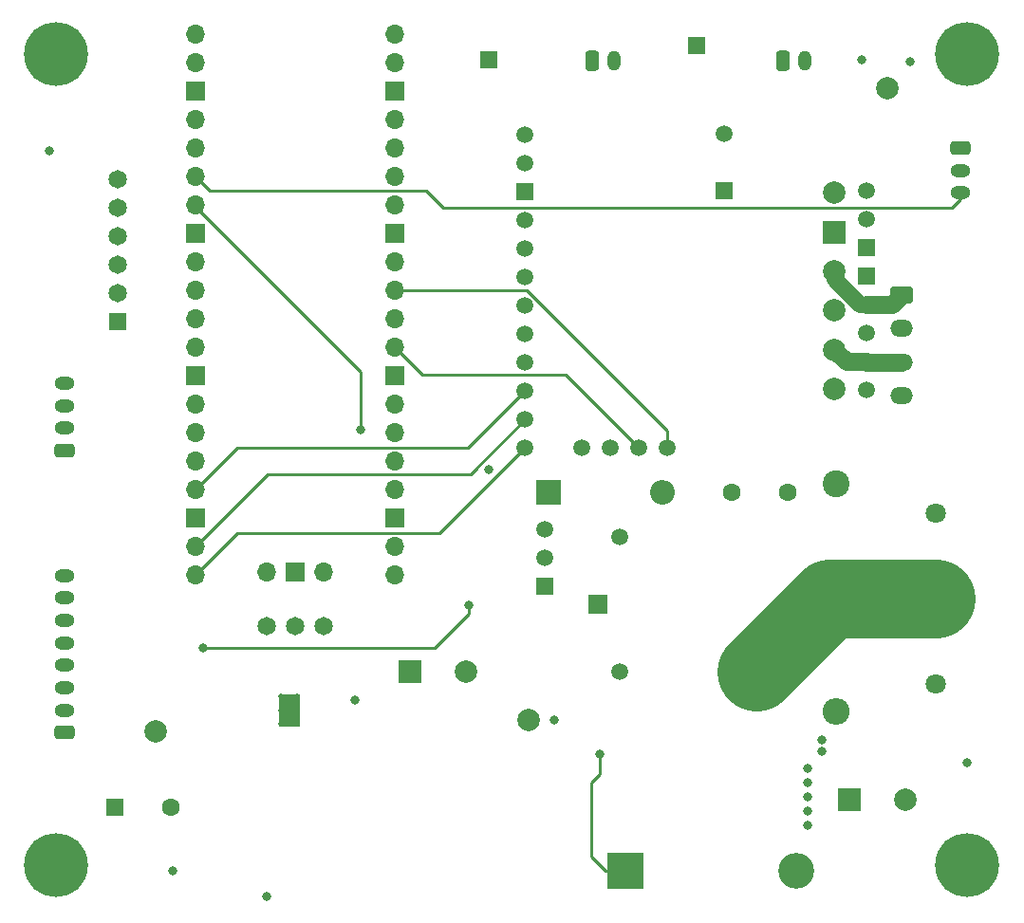
<source format=gbr>
%TF.GenerationSoftware,KiCad,Pcbnew,7.0.10*%
%TF.CreationDate,2024-03-28T21:50:04-04:00*%
%TF.ProjectId,WaveWise_PMIC,57617665-5769-4736-955f-504d49432e6b,rev?*%
%TF.SameCoordinates,Original*%
%TF.FileFunction,Copper,L4,Bot*%
%TF.FilePolarity,Positive*%
%FSLAX46Y46*%
G04 Gerber Fmt 4.6, Leading zero omitted, Abs format (unit mm)*
G04 Created by KiCad (PCBNEW 7.0.10) date 2024-03-28 21:50:04*
%MOMM*%
%LPD*%
G01*
G04 APERTURE LIST*
G04 Aperture macros list*
%AMRoundRect*
0 Rectangle with rounded corners*
0 $1 Rounding radius*
0 $2 $3 $4 $5 $6 $7 $8 $9 X,Y pos of 4 corners*
0 Add a 4 corners polygon primitive as box body*
4,1,4,$2,$3,$4,$5,$6,$7,$8,$9,$2,$3,0*
0 Add four circle primitives for the rounded corners*
1,1,$1+$1,$2,$3*
1,1,$1+$1,$4,$5*
1,1,$1+$1,$6,$7*
1,1,$1+$1,$8,$9*
0 Add four rect primitives between the rounded corners*
20,1,$1+$1,$2,$3,$4,$5,0*
20,1,$1+$1,$4,$5,$6,$7,0*
20,1,$1+$1,$6,$7,$8,$9,0*
20,1,$1+$1,$8,$9,$2,$3,0*%
G04 Aperture macros list end*
%TA.AperFunction,ComponentPad*%
%ADD10RoundRect,0.250000X-0.350000X-0.650000X0.350000X-0.650000X0.350000X0.650000X-0.350000X0.650000X0*%
%TD*%
%TA.AperFunction,ComponentPad*%
%ADD11O,1.200000X1.800000*%
%TD*%
%TA.AperFunction,ComponentPad*%
%ADD12RoundRect,0.250000X-0.650000X0.350000X-0.650000X-0.350000X0.650000X-0.350000X0.650000X0.350000X0*%
%TD*%
%TA.AperFunction,ComponentPad*%
%ADD13O,1.800000X1.200000*%
%TD*%
%TA.AperFunction,ComponentPad*%
%ADD14RoundRect,0.250000X0.650000X-0.350000X0.650000X0.350000X-0.650000X0.350000X-0.650000X-0.350000X0*%
%TD*%
%TA.AperFunction,ComponentPad*%
%ADD15O,2.020000X1.500000*%
%TD*%
%TA.AperFunction,ComponentPad*%
%ADD16RoundRect,0.250001X-0.759999X0.499999X-0.759999X-0.499999X0.759999X-0.499999X0.759999X0.499999X0*%
%TD*%
%TA.AperFunction,ComponentPad*%
%ADD17R,1.650000X1.650000*%
%TD*%
%TA.AperFunction,ComponentPad*%
%ADD18C,1.650000*%
%TD*%
%TA.AperFunction,ComponentPad*%
%ADD19R,1.500000X1.500000*%
%TD*%
%TA.AperFunction,ComponentPad*%
%ADD20C,1.500000*%
%TD*%
%TA.AperFunction,ComponentPad*%
%ADD21C,5.700000*%
%TD*%
%TA.AperFunction,ComponentPad*%
%ADD22R,2.000000X2.000000*%
%TD*%
%TA.AperFunction,ComponentPad*%
%ADD23C,2.000000*%
%TD*%
%TA.AperFunction,ComponentPad*%
%ADD24C,1.651000*%
%TD*%
%TA.AperFunction,ComponentPad*%
%ADD25C,2.400000*%
%TD*%
%TA.AperFunction,ComponentPad*%
%ADD26O,2.400000X2.400000*%
%TD*%
%TA.AperFunction,ComponentPad*%
%ADD27C,1.498600*%
%TD*%
%TA.AperFunction,ComponentPad*%
%ADD28C,1.803400*%
%TD*%
%TA.AperFunction,ComponentPad*%
%ADD29R,1.803400X1.803400*%
%TD*%
%TA.AperFunction,ComponentPad*%
%ADD30O,3.200000X3.200000*%
%TD*%
%TA.AperFunction,ComponentPad*%
%ADD31R,3.200000X3.200000*%
%TD*%
%TA.AperFunction,ComponentPad*%
%ADD32C,1.600000*%
%TD*%
%TA.AperFunction,ComponentPad*%
%ADD33R,2.200000X2.200000*%
%TD*%
%TA.AperFunction,ComponentPad*%
%ADD34O,2.200000X2.200000*%
%TD*%
%TA.AperFunction,ComponentPad*%
%ADD35C,0.500000*%
%TD*%
%TA.AperFunction,SMDPad,CuDef*%
%ADD36R,1.900000X2.900000*%
%TD*%
%TA.AperFunction,ComponentPad*%
%ADD37O,1.700000X1.700000*%
%TD*%
%TA.AperFunction,ComponentPad*%
%ADD38R,1.700000X1.700000*%
%TD*%
%TA.AperFunction,ComponentPad*%
%ADD39R,1.600000X1.600000*%
%TD*%
%TA.AperFunction,ViaPad*%
%ADD40C,0.800000*%
%TD*%
%TA.AperFunction,Conductor*%
%ADD41C,0.250000*%
%TD*%
%TA.AperFunction,Conductor*%
%ADD42C,7.000000*%
%TD*%
%TA.AperFunction,Conductor*%
%ADD43C,1.450000*%
%TD*%
%TA.AperFunction,Conductor*%
%ADD44C,1.600000*%
%TD*%
G04 APERTURE END LIST*
D10*
%TO.P,J11,1,1*%
%TO.N,GND*%
X102378000Y-55214000D03*
D11*
%TO.P,J11,2,2*%
%TO.N,VBUS*%
X104378000Y-55214000D03*
%TD*%
D10*
%TO.P,J10,1,1*%
%TO.N,GND*%
X119396000Y-55214000D03*
D11*
%TO.P,J10,2,2*%
%TO.N,+BATT*%
X121396000Y-55214000D03*
%TD*%
D12*
%TO.P,J9,1,1*%
%TO.N,+5V*%
X135255000Y-62992000D03*
D13*
%TO.P,J9,2,2*%
%TO.N,GND*%
X135255000Y-64992000D03*
%TO.P,J9,3,3*%
%TO.N,/Connectors/PWM_Servo*%
X135255000Y-66992000D03*
%TD*%
D14*
%TO.P,J8,1,1*%
%TO.N,+24V*%
X55372000Y-115157000D03*
D13*
%TO.P,J8,2,2*%
%TO.N,+5V*%
X55372000Y-113157000D03*
%TO.P,J8,3,3*%
%TO.N,/Connectors/SICO_TX*%
X55372000Y-111157000D03*
%TO.P,J8,4,4*%
%TO.N,/Connectors/SICO_RX*%
X55372000Y-109157000D03*
%TO.P,J8,5,5*%
%TO.N,/Connectors/SICO_PUMP_CONTROL*%
X55372000Y-107157000D03*
%TO.P,J8,6,6*%
%TO.N,panel_sense*%
X55372000Y-105157000D03*
%TO.P,J8,7,7*%
%TO.N,batt_sense*%
X55372000Y-103157000D03*
%TO.P,J8,8,8*%
%TO.N,GND*%
X55372000Y-101157000D03*
%TD*%
D14*
%TO.P,J6,1,1*%
%TO.N,GND*%
X55372000Y-89974500D03*
D13*
%TO.P,J6,2,2*%
%TO.N,/Connectors/rockblock_TX*%
X55372000Y-87974500D03*
%TO.P,J6,3,3*%
%TO.N,/Connectors/rockblock_RX*%
X55372000Y-85974500D03*
%TO.P,J6,4,4*%
%TO.N,+5V*%
X55372000Y-83974500D03*
%TD*%
D15*
%TO.P,J5,4,4*%
%TO.N,/BOUT2*%
X130048000Y-85090000D03*
%TO.P,J5,3,3*%
%TO.N,/BOUT1*%
X130048000Y-82090000D03*
%TO.P,J5,2,2*%
%TO.N,/AOUT2*%
X130048000Y-79090000D03*
D16*
%TO.P,J5,1,1*%
%TO.N,/AOUT1*%
X130048000Y-76090000D03*
%TD*%
D17*
%TO.P,J2,1,Pin_1*%
%TO.N,/Connectors/GPIO4*%
X60071000Y-78486000D03*
D18*
%TO.P,J2,2,Pin_2*%
%TO.N,/Connectors/GPIO3*%
X60071000Y-75946000D03*
%TO.P,J2,3,Pin_3*%
%TO.N,/Connectors/GPIO2*%
X60071000Y-73406000D03*
%TO.P,J2,4,Pin_4*%
%TO.N,/Connectors/GPIO1*%
X60071000Y-70866000D03*
%TO.P,J2,5,Pin_5*%
%TO.N,+5V*%
X60071000Y-68326000D03*
%TO.P,J2,6,Pin_6*%
%TO.N,GND*%
X60071000Y-65786000D03*
%TD*%
D19*
%TO.P,Q2,1,E*%
%TO.N,+48V*%
X98150000Y-102108000D03*
D20*
%TO.P,Q2,2,B*%
%TO.N,Net-(Q2-B)*%
X98150000Y-99568000D03*
%TO.P,Q2,3,C*%
%TO.N,Net-(D2-A)*%
X98150000Y-97028000D03*
%TD*%
D19*
%TO.P,BatteryV1,1,1*%
%TO.N,/Connectors/Batt V Sense*%
X111760000Y-53848000D03*
%TD*%
D21*
%TO.P,HE1,1,1*%
%TO.N,Net-(HE1-Pad1)*%
X54610000Y-127000000D03*
%TD*%
D22*
%TO.P,C6,1*%
%TO.N,+5V*%
X86186000Y-109728000D03*
D23*
%TO.P,C6,2*%
%TO.N,GND*%
X91186000Y-109728000D03*
%TD*%
D24*
%TO.P,J3,1,Pin_1*%
%TO.N,/Connectors/SWCLK*%
X73406000Y-105664000D03*
%TO.P,J3,2,Pin_2*%
%TO.N,GND*%
X75946000Y-105664000D03*
%TO.P,J3,3,Pin_3*%
%TO.N,/Connectors/SWDIO*%
X78486000Y-105664000D03*
%TD*%
D25*
%TO.P,R7,1*%
%TO.N,Net-(C2-Pad1)*%
X124206000Y-92964000D03*
D26*
%TO.P,R7,2*%
%TO.N,+48V*%
X124206000Y-113284000D03*
%TD*%
D27*
%TO.P,K1,5,5*%
%TO.N,+5V*%
X104902000Y-97728002D03*
D28*
%TO.P,K1,3,3*%
%TO.N,/Inverter_Input*%
X117101198Y-109728000D03*
D27*
%TO.P,K1,2,2*%
%TO.N,Net-(D2-A)*%
X104902000Y-109728000D03*
D29*
%TO.P,K1,1,1*%
%TO.N,+48V*%
X102901999Y-103728001D03*
%TD*%
D23*
%TO.P,24V_1,1,1*%
%TO.N,+24V*%
X63500000Y-115062000D03*
%TD*%
D28*
%TO.P,J13,3,Pin_3*%
%TO.N,+48V*%
X133050000Y-110832900D03*
%TO.P,J13,2,Pin_2*%
%TO.N,/Inverter_Input*%
X133050000Y-103212900D03*
%TO.P,J13,1,Pin_1*%
%TO.N,GND*%
X133050000Y-95592900D03*
%TD*%
D30*
%TO.P,D1,2,A*%
%TO.N,GND*%
X120650000Y-127508000D03*
D31*
%TO.P,D1,1,K*%
%TO.N,Net-(D1-K)*%
X105410000Y-127508000D03*
%TD*%
D21*
%TO.P,H4,1,1*%
%TO.N,Net-(H4-Pad1)*%
X135890000Y-127000000D03*
%TD*%
D32*
%TO.P,C2,1*%
%TO.N,Net-(C2-Pad1)*%
X119848000Y-93726000D03*
%TO.P,C2,2*%
%TO.N,/Inverter_Input*%
X114848000Y-93726000D03*
%TD*%
D21*
%TO.P,H1,1,1*%
%TO.N,Net-(H1-Pad1)*%
X54610000Y-54610000D03*
%TD*%
D19*
%TO.P,PanelV1,1,1*%
%TO.N,/Connectors/Panel V Sense*%
X93218000Y-55118000D03*
%TD*%
D23*
%TO.P,GND1,1,1*%
%TO.N,GND*%
X96774000Y-114046000D03*
%TD*%
D33*
%TO.P,D2,1,K*%
%TO.N,+5V*%
X98552000Y-93726000D03*
D34*
%TO.P,D2,2,A*%
%TO.N,Net-(D2-A)*%
X108712000Y-93726000D03*
%TD*%
D23*
%TO.P,U2,1,Vin*%
%TO.N,+48V*%
X123988500Y-66978200D03*
D20*
X126884100Y-66825800D03*
X126884100Y-69365800D03*
D23*
%TO.P,U2,2,AOUT1*%
%TO.N,/AOUT1*%
X123988500Y-73978200D03*
D20*
X126884100Y-76985800D03*
D23*
%TO.P,U2,3,AOUT2*%
%TO.N,/AOUT2*%
X123988500Y-77478200D03*
D20*
X126884100Y-79525800D03*
D23*
%TO.P,U2,4,BOUT1*%
%TO.N,/BOUT1*%
X123988500Y-80978200D03*
D20*
X126884100Y-82065800D03*
D23*
%TO.P,U2,5,BOUT2*%
%TO.N,/BOUT2*%
X123988500Y-84478200D03*
D20*
X126884100Y-84605800D03*
%TO.P,U2,6,BEMF*%
%TO.N,/PICO (BICO)/MOTOR_BEMF*%
X109129500Y-89762000D03*
%TO.P,U2,7,~STALL*%
%TO.N,/PICO (BICO)/MOTOR_STALL*%
X106589500Y-89762000D03*
%TO.P,U2,8,BIN2*%
%TO.N,unconnected-(U2-BIN2-Pad8)*%
X104049500Y-89762000D03*
%TO.P,U2,9,BIN1*%
%TO.N,unconnected-(U2-BIN1-Pad9)*%
X101509500Y-89762000D03*
%TO.P,U2,10,~FLT*%
%TO.N,/PICO (BICO)/MOTOR_FLT*%
X96429500Y-89762000D03*
%TO.P,U2,11,RST*%
%TO.N,/PICO (BICO)/MOTOR_RESET*%
X96429500Y-87222000D03*
%TO.P,U2,12,~SLP*%
%TO.N,/PICO (BICO)/MOTOR_SLP*%
X96429500Y-84682000D03*
%TO.P,U2,13,SCS*%
%TO.N,/PICO (BICO)/MOTOR_SPI0_CSn*%
X96429500Y-82142000D03*
%TO.P,U2,14,SCLK*%
%TO.N,/PICO (BICO)/MOTOR_SPI0_SCK*%
X96429500Y-79602000D03*
%TO.P,U2,15,SDATI*%
%TO.N,/PICO (BICO)/MOTOR_SPI0_TX*%
X96429500Y-77062000D03*
%TO.P,U2,16,SDATO*%
%TO.N,/PICO (BICO)/MOTOR_SPI0_RX*%
X96429500Y-74522000D03*
%TO.P,U2,17,DIR*%
%TO.N,/PICO (BICO)/MOTOR_DIR{slash}AIN2*%
X96429500Y-71982000D03*
%TO.P,U2,18,STEP*%
%TO.N,/PICO (BICO)/MOTOR_STEP{slash}AIN1*%
X96429500Y-69442000D03*
%TO.P,U2,19,ICREF*%
%TO.N,/Pneumatic Control/ICREF*%
X96429500Y-64362000D03*
%TO.P,U2,20,V5(OUT)*%
%TO.N,unconnected-(U2-V5(OUT)-Pad20)*%
X96429500Y-61822000D03*
%TO.P,U2,21,VM*%
%TO.N,unconnected-(U2-VM-Pad21)*%
X114184100Y-61745800D03*
D19*
%TO.P,U2,22,GND*%
%TO.N,GND*%
X96429500Y-66902000D03*
X114184100Y-66825800D03*
D22*
X123988500Y-70478200D03*
D19*
X126884100Y-71905800D03*
X126884100Y-74445800D03*
%TD*%
D21*
%TO.P,H2,1,1*%
%TO.N,Net-(H2-Pad1)*%
X135890000Y-54610000D03*
%TD*%
D35*
%TO.P,IC1,9,EP*%
%TO.N,GND*%
X74676000Y-111957000D03*
X74676000Y-113157000D03*
X74676000Y-114357000D03*
D36*
X75376000Y-113157000D03*
D35*
X76076000Y-111957000D03*
X76076000Y-113157000D03*
X76076000Y-114357000D03*
%TD*%
D23*
%TO.P,C1,2*%
%TO.N,GND*%
X130394323Y-121158000D03*
D22*
%TO.P,C1,1*%
%TO.N,+48V*%
X125394323Y-121158000D03*
%TD*%
D23*
%TO.P,5V1,1,1*%
%TO.N,+5V*%
X128778000Y-57658000D03*
%TD*%
D37*
%TO.P,U1,43,SWDIO*%
%TO.N,/Connectors/SWDIO*%
X78486000Y-100862000D03*
D38*
%TO.P,U1,42,GND*%
%TO.N,GND*%
X75946000Y-100862000D03*
D37*
%TO.P,U1,41,SWCLK*%
%TO.N,/Connectors/SWCLK*%
X73406000Y-100862000D03*
%TO.P,U1,40,VBUS*%
%TO.N,unconnected-(U1-VBUS-Pad40)*%
X84836000Y-52832000D03*
%TO.P,U1,39,VSYS*%
%TO.N,+5V*%
X84836000Y-55372000D03*
D38*
%TO.P,U1,38,GND*%
%TO.N,GND*%
X84836000Y-57912000D03*
D37*
%TO.P,U1,37,3V3_EN*%
%TO.N,unconnected-(U1-3V3_EN-Pad37)*%
X84836000Y-60452000D03*
%TO.P,U1,36,3V3*%
%TO.N,+3.3V*%
X84836000Y-62992000D03*
%TO.P,U1,35,ADC_VREF*%
%TO.N,unconnected-(U1-ADC_VREF-Pad35)*%
X84836000Y-65532000D03*
%TO.P,U1,34,GPIO28_ADC2*%
%TO.N,/Connectors/Panel V Sense*%
X84836000Y-68072000D03*
D38*
%TO.P,U1,33,AGND*%
%TO.N,GND*%
X84836000Y-70612000D03*
D37*
%TO.P,U1,32,GPIO27_ADC1*%
%TO.N,/Connectors/Batt V Sense*%
X84836000Y-73152000D03*
%TO.P,U1,31,GPIO26_ADC0*%
%TO.N,/PICO (BICO)/MOTOR_BEMF*%
X84836000Y-75692000D03*
%TO.P,U1,30,RUN*%
%TO.N,unconnected-(U1-RUN-Pad30)*%
X84836000Y-78232000D03*
%TO.P,U1,29,GPIO22*%
%TO.N,/PICO (BICO)/MOTOR_STALL*%
X84836000Y-80772000D03*
D38*
%TO.P,U1,28,GND*%
%TO.N,GND*%
X84836000Y-83312000D03*
D37*
%TO.P,U1,27,GPIO21*%
%TO.N,/PICO (BICO)/MOTOR_STEP{slash}AIN1*%
X84836000Y-85852000D03*
%TO.P,U1,26,GPIO20*%
%TO.N,/PICO (BICO)/MOTOR_DIR{slash}AIN2*%
X84836000Y-88392000D03*
%TO.P,U1,25,GPIO19*%
%TO.N,/PICO (BICO)/MOTOR_SPI0_TX*%
X84836000Y-90932000D03*
%TO.P,U1,24,GPIO18*%
%TO.N,/PICO (BICO)/MOTOR_SPI0_SCK*%
X84836000Y-93472000D03*
D38*
%TO.P,U1,23,GND*%
%TO.N,GND*%
X84836000Y-96012000D03*
D37*
%TO.P,U1,22,GPIO17*%
%TO.N,/PICO (BICO)/MOTOR_SPI0_CSn*%
X84836000Y-98552000D03*
%TO.P,U1,21,GPIO16*%
%TO.N,/PICO (BICO)/MOTOR_SPI0_RX*%
X84836000Y-101092000D03*
%TO.P,U1,20,GPIO15*%
%TO.N,/PICO (BICO)/MOTOR_FLT*%
X67056000Y-101092000D03*
%TO.P,U1,19,GPIO14*%
%TO.N,/PICO (BICO)/MOTOR_RESET*%
X67056000Y-98552000D03*
D38*
%TO.P,U1,18,GND*%
%TO.N,GND*%
X67056000Y-96012000D03*
D37*
%TO.P,U1,17,GPIO13*%
%TO.N,/PICO (BICO)/MOTOR_SLP*%
X67056000Y-93472000D03*
%TO.P,U1,16,GPIO12*%
%TO.N,unconnected-(U1-GPIO12-Pad16)*%
X67056000Y-90932000D03*
%TO.P,U1,15,GPIO11*%
%TO.N,unconnected-(U1-GPIO11-Pad15)*%
X67056000Y-88392000D03*
%TO.P,U1,14,GPIO10*%
%TO.N,unconnected-(U1-GPIO10-Pad14)*%
X67056000Y-85852000D03*
D38*
%TO.P,U1,13,GND*%
%TO.N,GND*%
X67056000Y-83312000D03*
D37*
%TO.P,U1,12,GPIO9*%
%TO.N,/Connectors/GPIO4*%
X67056000Y-80772000D03*
%TO.P,U1,11,GPIO8*%
%TO.N,/Connectors/GPIO3*%
X67056000Y-78232000D03*
%TO.P,U1,10,GPIO7*%
%TO.N,/Connectors/GPIO2*%
X67056000Y-75692000D03*
%TO.P,U1,9,GPIO6*%
%TO.N,/Connectors/GPIO1*%
X67056000Y-73152000D03*
D38*
%TO.P,U1,8,GND*%
%TO.N,GND*%
X67056000Y-70612000D03*
D37*
%TO.P,U1,7,GPIO5*%
%TO.N,/PICO (BICO)/BICO_PUMP_CTRL*%
X67056000Y-68072000D03*
%TO.P,U1,6,GPIO4*%
%TO.N,/Connectors/PWM_Servo*%
X67056000Y-65532000D03*
%TO.P,U1,5,GPIO3*%
%TO.N,/Connectors/PANEL_SENSE_DIO*%
X67056000Y-62992000D03*
%TO.P,U1,4,GPIO2*%
%TO.N,/Connectors/BATT_SENSE_DIO*%
X67056000Y-60452000D03*
D38*
%TO.P,U1,3,GND*%
%TO.N,GND*%
X67056000Y-57912000D03*
D37*
%TO.P,U1,2,GPIO1*%
%TO.N,/Connectors/BICO_UART_RX*%
X67056000Y-55372000D03*
%TO.P,U1,1,GPIO0*%
%TO.N,/Connectors/BICO_UART_TX*%
X67056000Y-52832000D03*
%TD*%
D39*
%TO.P,C9,1*%
%TO.N,+24V*%
X59827349Y-121793000D03*
D32*
%TO.P,C9,2*%
%TO.N,GND*%
X64827349Y-121793000D03*
%TD*%
D40*
%TO.N,/PUMP_CONTROL*%
X91440000Y-103759000D03*
X67691000Y-107569000D03*
%TO.N,+48V*%
X81280000Y-112268000D03*
%TO.N,GND*%
X126492000Y-55118000D03*
X99060000Y-114046000D03*
X121666000Y-122174000D03*
X93218000Y-91694000D03*
X121666000Y-123444000D03*
X121666000Y-118364000D03*
X53975000Y-63246000D03*
X64956276Y-127480334D03*
X122936000Y-116840000D03*
X121666000Y-120904000D03*
X122936000Y-115824000D03*
X135890000Y-117856000D03*
X121666000Y-119634000D03*
%TO.N,+24V*%
X73406000Y-129794000D03*
%TO.N,Net-(D1-K)*%
X103124000Y-117094000D03*
%TO.N,+5V*%
X130810000Y-55245000D03*
%TO.N,/PICO (BICO)/BICO_PUMP_CTRL*%
X81788000Y-88138000D03*
%TD*%
D41*
%TO.N,/Connectors/PWM_Servo*%
X135255000Y-67564000D02*
X135255000Y-66992000D01*
X134528200Y-68290800D02*
X135255000Y-67564000D01*
%TO.N,/PUMP_CONTROL*%
X91440000Y-104521000D02*
X88392000Y-107569000D01*
X91440000Y-103759000D02*
X91440000Y-104521000D01*
X88392000Y-107569000D02*
X67691000Y-107569000D01*
%TO.N,/Connectors/PWM_Servo*%
X68326000Y-66802000D02*
X67056000Y-65532000D01*
X87630000Y-66802000D02*
X68326000Y-66802000D01*
X125257200Y-68290800D02*
X125244800Y-68303200D01*
X125244800Y-68303200D02*
X89131200Y-68303200D01*
X89131200Y-68303200D02*
X87630000Y-66802000D01*
X134528200Y-68290800D02*
X125257200Y-68290800D01*
%TO.N,/PICO (BICO)/BICO_PUMP_CTRL*%
X81788000Y-82994000D02*
X67056000Y-68262000D01*
X81788000Y-88138000D02*
X81788000Y-82994000D01*
X67056000Y-68262000D02*
X67056000Y-68072000D01*
D42*
%TO.N,/Inverter_Input*%
X123616298Y-103212900D02*
X117101198Y-109728000D01*
X133050000Y-103212900D02*
X123616298Y-103212900D01*
D43*
%TO.N,/AOUT1*%
X123988500Y-74649772D02*
X126324528Y-76985800D01*
D41*
%TO.N,/BOUT1*%
X126908300Y-82090000D02*
X126884100Y-82065800D01*
D44*
X130048000Y-82090000D02*
X126908300Y-82090000D01*
X125076100Y-82065800D02*
X126884100Y-82065800D01*
X123988500Y-80978200D02*
X125076100Y-82065800D01*
D41*
X126653900Y-82296000D02*
X126884100Y-82065800D01*
D44*
%TO.N,/AOUT1*%
X129152200Y-76985800D02*
X130048000Y-76090000D01*
X126884100Y-76985800D02*
X129152200Y-76985800D01*
D43*
X123988500Y-74090200D02*
X123988500Y-74649772D01*
X126324528Y-76985800D02*
X126884100Y-76985800D01*
X123988500Y-73978200D02*
X123988500Y-74090200D01*
D41*
%TO.N,Net-(D1-K)*%
X103632000Y-127508000D02*
X105410000Y-127508000D01*
X102362000Y-126238000D02*
X103632000Y-127508000D01*
X102362000Y-119634000D02*
X102362000Y-126238000D01*
X103124000Y-117094000D02*
X103124000Y-118872000D01*
X103124000Y-118872000D02*
X102362000Y-119634000D01*
%TO.N,/PICO (BICO)/MOTOR_RESET*%
X73501000Y-92107000D02*
X91544500Y-92107000D01*
X91544500Y-92107000D02*
X96429500Y-87222000D01*
X67056000Y-98552000D02*
X73501000Y-92107000D01*
%TO.N,/PICO (BICO)/MOTOR_SLP*%
X96429500Y-84682000D02*
X91354500Y-89757000D01*
X91354500Y-89757000D02*
X70771000Y-89757000D01*
X70771000Y-89757000D02*
X67056000Y-93472000D01*
%TO.N,/PICO (BICO)/MOTOR_FLT*%
X88814500Y-97377000D02*
X70771000Y-97377000D01*
X96429500Y-89762000D02*
X88814500Y-97377000D01*
X70771000Y-97377000D02*
X67056000Y-101092000D01*
%TO.N,/PICO (BICO)/MOTOR_STALL*%
X100044500Y-83217000D02*
X87281000Y-83217000D01*
X106589500Y-89762000D02*
X100044500Y-83217000D01*
X87281000Y-83217000D02*
X84836000Y-80772000D01*
%TO.N,/PICO (BICO)/MOTOR_BEMF*%
X96579780Y-75692000D02*
X84836000Y-75692000D01*
X109129500Y-89762000D02*
X109129500Y-88241720D01*
X109129500Y-88241720D02*
X96579780Y-75692000D01*
%TD*%
M02*

</source>
